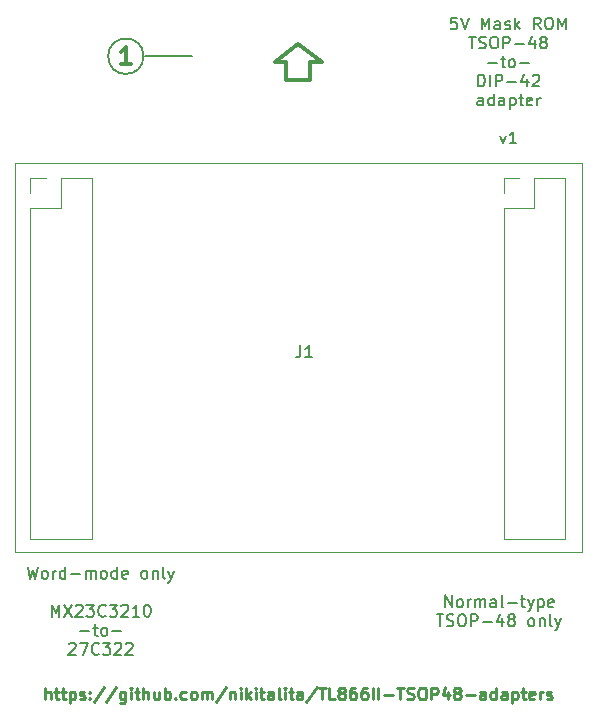
<source format=gbr>
%TF.GenerationSoftware,KiCad,Pcbnew,(6.0.1)*%
%TF.CreationDate,2022-04-03T17:56:57-07:00*%
%TF.ProjectId,MaskRom-TSOP48-to-DIP42-adapter,4d61736b-526f-46d2-9d54-534f5034382d,rev?*%
%TF.SameCoordinates,Original*%
%TF.FileFunction,Legend,Top*%
%TF.FilePolarity,Positive*%
%FSLAX46Y46*%
G04 Gerber Fmt 4.6, Leading zero omitted, Abs format (unit mm)*
G04 Created by KiCad (PCBNEW (6.0.1)) date 2022-04-03 17:56:57*
%MOMM*%
%LPD*%
G01*
G04 APERTURE LIST*
%ADD10C,0.250000*%
%ADD11C,0.150000*%
%ADD12C,0.300000*%
%ADD13C,0.100000*%
%ADD14C,0.350000*%
%ADD15C,0.120000*%
G04 APERTURE END LIST*
D10*
X123085238Y-109912380D02*
X123085238Y-108912380D01*
X123513809Y-109912380D02*
X123513809Y-109388571D01*
X123466190Y-109293333D01*
X123370952Y-109245714D01*
X123228095Y-109245714D01*
X123132857Y-109293333D01*
X123085238Y-109340952D01*
X123847142Y-109245714D02*
X124228095Y-109245714D01*
X123990000Y-108912380D02*
X123990000Y-109769523D01*
X124037619Y-109864761D01*
X124132857Y-109912380D01*
X124228095Y-109912380D01*
X124418571Y-109245714D02*
X124799523Y-109245714D01*
X124561428Y-108912380D02*
X124561428Y-109769523D01*
X124609047Y-109864761D01*
X124704285Y-109912380D01*
X124799523Y-109912380D01*
X125132857Y-109245714D02*
X125132857Y-110245714D01*
X125132857Y-109293333D02*
X125228095Y-109245714D01*
X125418571Y-109245714D01*
X125513809Y-109293333D01*
X125561428Y-109340952D01*
X125609047Y-109436190D01*
X125609047Y-109721904D01*
X125561428Y-109817142D01*
X125513809Y-109864761D01*
X125418571Y-109912380D01*
X125228095Y-109912380D01*
X125132857Y-109864761D01*
X125990000Y-109864761D02*
X126085238Y-109912380D01*
X126275714Y-109912380D01*
X126370952Y-109864761D01*
X126418571Y-109769523D01*
X126418571Y-109721904D01*
X126370952Y-109626666D01*
X126275714Y-109579047D01*
X126132857Y-109579047D01*
X126037619Y-109531428D01*
X125990000Y-109436190D01*
X125990000Y-109388571D01*
X126037619Y-109293333D01*
X126132857Y-109245714D01*
X126275714Y-109245714D01*
X126370952Y-109293333D01*
X126847142Y-109817142D02*
X126894761Y-109864761D01*
X126847142Y-109912380D01*
X126799523Y-109864761D01*
X126847142Y-109817142D01*
X126847142Y-109912380D01*
X126847142Y-109293333D02*
X126894761Y-109340952D01*
X126847142Y-109388571D01*
X126799523Y-109340952D01*
X126847142Y-109293333D01*
X126847142Y-109388571D01*
X128037619Y-108864761D02*
X127180476Y-110150476D01*
X129085238Y-108864761D02*
X128228095Y-110150476D01*
X129847142Y-109245714D02*
X129847142Y-110055238D01*
X129799523Y-110150476D01*
X129751904Y-110198095D01*
X129656666Y-110245714D01*
X129513809Y-110245714D01*
X129418571Y-110198095D01*
X129847142Y-109864761D02*
X129751904Y-109912380D01*
X129561428Y-109912380D01*
X129466190Y-109864761D01*
X129418571Y-109817142D01*
X129370952Y-109721904D01*
X129370952Y-109436190D01*
X129418571Y-109340952D01*
X129466190Y-109293333D01*
X129561428Y-109245714D01*
X129751904Y-109245714D01*
X129847142Y-109293333D01*
X130323333Y-109912380D02*
X130323333Y-109245714D01*
X130323333Y-108912380D02*
X130275714Y-108960000D01*
X130323333Y-109007619D01*
X130370952Y-108960000D01*
X130323333Y-108912380D01*
X130323333Y-109007619D01*
X130656666Y-109245714D02*
X131037619Y-109245714D01*
X130799523Y-108912380D02*
X130799523Y-109769523D01*
X130847142Y-109864761D01*
X130942380Y-109912380D01*
X131037619Y-109912380D01*
X131370952Y-109912380D02*
X131370952Y-108912380D01*
X131799523Y-109912380D02*
X131799523Y-109388571D01*
X131751904Y-109293333D01*
X131656666Y-109245714D01*
X131513809Y-109245714D01*
X131418571Y-109293333D01*
X131370952Y-109340952D01*
X132704285Y-109245714D02*
X132704285Y-109912380D01*
X132275714Y-109245714D02*
X132275714Y-109769523D01*
X132323333Y-109864761D01*
X132418571Y-109912380D01*
X132561428Y-109912380D01*
X132656666Y-109864761D01*
X132704285Y-109817142D01*
X133180476Y-109912380D02*
X133180476Y-108912380D01*
X133180476Y-109293333D02*
X133275714Y-109245714D01*
X133466190Y-109245714D01*
X133561428Y-109293333D01*
X133609047Y-109340952D01*
X133656666Y-109436190D01*
X133656666Y-109721904D01*
X133609047Y-109817142D01*
X133561428Y-109864761D01*
X133466190Y-109912380D01*
X133275714Y-109912380D01*
X133180476Y-109864761D01*
X134085238Y-109817142D02*
X134132857Y-109864761D01*
X134085238Y-109912380D01*
X134037619Y-109864761D01*
X134085238Y-109817142D01*
X134085238Y-109912380D01*
X134990000Y-109864761D02*
X134894761Y-109912380D01*
X134704285Y-109912380D01*
X134609047Y-109864761D01*
X134561428Y-109817142D01*
X134513809Y-109721904D01*
X134513809Y-109436190D01*
X134561428Y-109340952D01*
X134609047Y-109293333D01*
X134704285Y-109245714D01*
X134894761Y-109245714D01*
X134990000Y-109293333D01*
X135561428Y-109912380D02*
X135466190Y-109864761D01*
X135418571Y-109817142D01*
X135370952Y-109721904D01*
X135370952Y-109436190D01*
X135418571Y-109340952D01*
X135466190Y-109293333D01*
X135561428Y-109245714D01*
X135704285Y-109245714D01*
X135799523Y-109293333D01*
X135847142Y-109340952D01*
X135894761Y-109436190D01*
X135894761Y-109721904D01*
X135847142Y-109817142D01*
X135799523Y-109864761D01*
X135704285Y-109912380D01*
X135561428Y-109912380D01*
X136323333Y-109912380D02*
X136323333Y-109245714D01*
X136323333Y-109340952D02*
X136370952Y-109293333D01*
X136466190Y-109245714D01*
X136609047Y-109245714D01*
X136704285Y-109293333D01*
X136751904Y-109388571D01*
X136751904Y-109912380D01*
X136751904Y-109388571D02*
X136799523Y-109293333D01*
X136894761Y-109245714D01*
X137037619Y-109245714D01*
X137132857Y-109293333D01*
X137180476Y-109388571D01*
X137180476Y-109912380D01*
X138370952Y-108864761D02*
X137513809Y-110150476D01*
X138704285Y-109245714D02*
X138704285Y-109912380D01*
X138704285Y-109340952D02*
X138751904Y-109293333D01*
X138847142Y-109245714D01*
X138990000Y-109245714D01*
X139085238Y-109293333D01*
X139132857Y-109388571D01*
X139132857Y-109912380D01*
X139609047Y-109912380D02*
X139609047Y-109245714D01*
X139609047Y-108912380D02*
X139561428Y-108960000D01*
X139609047Y-109007619D01*
X139656666Y-108960000D01*
X139609047Y-108912380D01*
X139609047Y-109007619D01*
X140085238Y-109912380D02*
X140085238Y-108912380D01*
X140180476Y-109531428D02*
X140466190Y-109912380D01*
X140466190Y-109245714D02*
X140085238Y-109626666D01*
X140894761Y-109912380D02*
X140894761Y-109245714D01*
X140894761Y-108912380D02*
X140847142Y-108960000D01*
X140894761Y-109007619D01*
X140942380Y-108960000D01*
X140894761Y-108912380D01*
X140894761Y-109007619D01*
X141228095Y-109245714D02*
X141609047Y-109245714D01*
X141370952Y-108912380D02*
X141370952Y-109769523D01*
X141418571Y-109864761D01*
X141513809Y-109912380D01*
X141609047Y-109912380D01*
X142370952Y-109912380D02*
X142370952Y-109388571D01*
X142323333Y-109293333D01*
X142228095Y-109245714D01*
X142037619Y-109245714D01*
X141942380Y-109293333D01*
X142370952Y-109864761D02*
X142275714Y-109912380D01*
X142037619Y-109912380D01*
X141942380Y-109864761D01*
X141894761Y-109769523D01*
X141894761Y-109674285D01*
X141942380Y-109579047D01*
X142037619Y-109531428D01*
X142275714Y-109531428D01*
X142370952Y-109483809D01*
X142990000Y-109912380D02*
X142894761Y-109864761D01*
X142847142Y-109769523D01*
X142847142Y-108912380D01*
X143370952Y-109912380D02*
X143370952Y-109245714D01*
X143370952Y-108912380D02*
X143323333Y-108960000D01*
X143370952Y-109007619D01*
X143418571Y-108960000D01*
X143370952Y-108912380D01*
X143370952Y-109007619D01*
X143704285Y-109245714D02*
X144085238Y-109245714D01*
X143847142Y-108912380D02*
X143847142Y-109769523D01*
X143894761Y-109864761D01*
X143990000Y-109912380D01*
X144085238Y-109912380D01*
X144847142Y-109912380D02*
X144847142Y-109388571D01*
X144799523Y-109293333D01*
X144704285Y-109245714D01*
X144513809Y-109245714D01*
X144418571Y-109293333D01*
X144847142Y-109864761D02*
X144751904Y-109912380D01*
X144513809Y-109912380D01*
X144418571Y-109864761D01*
X144370952Y-109769523D01*
X144370952Y-109674285D01*
X144418571Y-109579047D01*
X144513809Y-109531428D01*
X144751904Y-109531428D01*
X144847142Y-109483809D01*
X146037619Y-108864761D02*
X145180476Y-110150476D01*
X146228095Y-108912380D02*
X146799523Y-108912380D01*
X146513809Y-109912380D02*
X146513809Y-108912380D01*
X147609047Y-109912380D02*
X147132857Y-109912380D01*
X147132857Y-108912380D01*
X148085238Y-109340952D02*
X147990000Y-109293333D01*
X147942380Y-109245714D01*
X147894761Y-109150476D01*
X147894761Y-109102857D01*
X147942380Y-109007619D01*
X147990000Y-108960000D01*
X148085238Y-108912380D01*
X148275714Y-108912380D01*
X148370952Y-108960000D01*
X148418571Y-109007619D01*
X148466190Y-109102857D01*
X148466190Y-109150476D01*
X148418571Y-109245714D01*
X148370952Y-109293333D01*
X148275714Y-109340952D01*
X148085238Y-109340952D01*
X147990000Y-109388571D01*
X147942380Y-109436190D01*
X147894761Y-109531428D01*
X147894761Y-109721904D01*
X147942380Y-109817142D01*
X147990000Y-109864761D01*
X148085238Y-109912380D01*
X148275714Y-109912380D01*
X148370952Y-109864761D01*
X148418571Y-109817142D01*
X148466190Y-109721904D01*
X148466190Y-109531428D01*
X148418571Y-109436190D01*
X148370952Y-109388571D01*
X148275714Y-109340952D01*
X149323333Y-108912380D02*
X149132857Y-108912380D01*
X149037619Y-108960000D01*
X148990000Y-109007619D01*
X148894761Y-109150476D01*
X148847142Y-109340952D01*
X148847142Y-109721904D01*
X148894761Y-109817142D01*
X148942380Y-109864761D01*
X149037619Y-109912380D01*
X149228095Y-109912380D01*
X149323333Y-109864761D01*
X149370952Y-109817142D01*
X149418571Y-109721904D01*
X149418571Y-109483809D01*
X149370952Y-109388571D01*
X149323333Y-109340952D01*
X149228095Y-109293333D01*
X149037619Y-109293333D01*
X148942380Y-109340952D01*
X148894761Y-109388571D01*
X148847142Y-109483809D01*
X150275714Y-108912380D02*
X150085238Y-108912380D01*
X149990000Y-108960000D01*
X149942380Y-109007619D01*
X149847142Y-109150476D01*
X149799523Y-109340952D01*
X149799523Y-109721904D01*
X149847142Y-109817142D01*
X149894761Y-109864761D01*
X149990000Y-109912380D01*
X150180476Y-109912380D01*
X150275714Y-109864761D01*
X150323333Y-109817142D01*
X150370952Y-109721904D01*
X150370952Y-109483809D01*
X150323333Y-109388571D01*
X150275714Y-109340952D01*
X150180476Y-109293333D01*
X149990000Y-109293333D01*
X149894761Y-109340952D01*
X149847142Y-109388571D01*
X149799523Y-109483809D01*
X150799523Y-109912380D02*
X150799523Y-108912380D01*
X151275714Y-109912380D02*
X151275714Y-108912380D01*
X151751904Y-109531428D02*
X152513809Y-109531428D01*
X152847142Y-108912380D02*
X153418571Y-108912380D01*
X153132857Y-109912380D02*
X153132857Y-108912380D01*
X153704285Y-109864761D02*
X153847142Y-109912380D01*
X154085238Y-109912380D01*
X154180476Y-109864761D01*
X154228095Y-109817142D01*
X154275714Y-109721904D01*
X154275714Y-109626666D01*
X154228095Y-109531428D01*
X154180476Y-109483809D01*
X154085238Y-109436190D01*
X153894761Y-109388571D01*
X153799523Y-109340952D01*
X153751904Y-109293333D01*
X153704285Y-109198095D01*
X153704285Y-109102857D01*
X153751904Y-109007619D01*
X153799523Y-108960000D01*
X153894761Y-108912380D01*
X154132857Y-108912380D01*
X154275714Y-108960000D01*
X154894761Y-108912380D02*
X155085238Y-108912380D01*
X155180476Y-108960000D01*
X155275714Y-109055238D01*
X155323333Y-109245714D01*
X155323333Y-109579047D01*
X155275714Y-109769523D01*
X155180476Y-109864761D01*
X155085238Y-109912380D01*
X154894761Y-109912380D01*
X154799523Y-109864761D01*
X154704285Y-109769523D01*
X154656666Y-109579047D01*
X154656666Y-109245714D01*
X154704285Y-109055238D01*
X154799523Y-108960000D01*
X154894761Y-108912380D01*
X155751904Y-109912380D02*
X155751904Y-108912380D01*
X156132857Y-108912380D01*
X156228095Y-108960000D01*
X156275714Y-109007619D01*
X156323333Y-109102857D01*
X156323333Y-109245714D01*
X156275714Y-109340952D01*
X156228095Y-109388571D01*
X156132857Y-109436190D01*
X155751904Y-109436190D01*
X157180476Y-109245714D02*
X157180476Y-109912380D01*
X156942380Y-108864761D02*
X156704285Y-109579047D01*
X157323333Y-109579047D01*
X157847142Y-109340952D02*
X157751904Y-109293333D01*
X157704285Y-109245714D01*
X157656666Y-109150476D01*
X157656666Y-109102857D01*
X157704285Y-109007619D01*
X157751904Y-108960000D01*
X157847142Y-108912380D01*
X158037619Y-108912380D01*
X158132857Y-108960000D01*
X158180476Y-109007619D01*
X158228095Y-109102857D01*
X158228095Y-109150476D01*
X158180476Y-109245714D01*
X158132857Y-109293333D01*
X158037619Y-109340952D01*
X157847142Y-109340952D01*
X157751904Y-109388571D01*
X157704285Y-109436190D01*
X157656666Y-109531428D01*
X157656666Y-109721904D01*
X157704285Y-109817142D01*
X157751904Y-109864761D01*
X157847142Y-109912380D01*
X158037619Y-109912380D01*
X158132857Y-109864761D01*
X158180476Y-109817142D01*
X158228095Y-109721904D01*
X158228095Y-109531428D01*
X158180476Y-109436190D01*
X158132857Y-109388571D01*
X158037619Y-109340952D01*
X158656666Y-109531428D02*
X159418571Y-109531428D01*
X160323333Y-109912380D02*
X160323333Y-109388571D01*
X160275714Y-109293333D01*
X160180476Y-109245714D01*
X159990000Y-109245714D01*
X159894761Y-109293333D01*
X160323333Y-109864761D02*
X160228095Y-109912380D01*
X159990000Y-109912380D01*
X159894761Y-109864761D01*
X159847142Y-109769523D01*
X159847142Y-109674285D01*
X159894761Y-109579047D01*
X159990000Y-109531428D01*
X160228095Y-109531428D01*
X160323333Y-109483809D01*
X161228095Y-109912380D02*
X161228095Y-108912380D01*
X161228095Y-109864761D02*
X161132857Y-109912380D01*
X160942380Y-109912380D01*
X160847142Y-109864761D01*
X160799523Y-109817142D01*
X160751904Y-109721904D01*
X160751904Y-109436190D01*
X160799523Y-109340952D01*
X160847142Y-109293333D01*
X160942380Y-109245714D01*
X161132857Y-109245714D01*
X161228095Y-109293333D01*
X162132857Y-109912380D02*
X162132857Y-109388571D01*
X162085238Y-109293333D01*
X161990000Y-109245714D01*
X161799523Y-109245714D01*
X161704285Y-109293333D01*
X162132857Y-109864761D02*
X162037619Y-109912380D01*
X161799523Y-109912380D01*
X161704285Y-109864761D01*
X161656666Y-109769523D01*
X161656666Y-109674285D01*
X161704285Y-109579047D01*
X161799523Y-109531428D01*
X162037619Y-109531428D01*
X162132857Y-109483809D01*
X162609047Y-109245714D02*
X162609047Y-110245714D01*
X162609047Y-109293333D02*
X162704285Y-109245714D01*
X162894761Y-109245714D01*
X162990000Y-109293333D01*
X163037619Y-109340952D01*
X163085238Y-109436190D01*
X163085238Y-109721904D01*
X163037619Y-109817142D01*
X162990000Y-109864761D01*
X162894761Y-109912380D01*
X162704285Y-109912380D01*
X162609047Y-109864761D01*
X163370952Y-109245714D02*
X163751904Y-109245714D01*
X163513809Y-108912380D02*
X163513809Y-109769523D01*
X163561428Y-109864761D01*
X163656666Y-109912380D01*
X163751904Y-109912380D01*
X164466190Y-109864761D02*
X164370952Y-109912380D01*
X164180476Y-109912380D01*
X164085238Y-109864761D01*
X164037619Y-109769523D01*
X164037619Y-109388571D01*
X164085238Y-109293333D01*
X164180476Y-109245714D01*
X164370952Y-109245714D01*
X164466190Y-109293333D01*
X164513809Y-109388571D01*
X164513809Y-109483809D01*
X164037619Y-109579047D01*
X164942380Y-109912380D02*
X164942380Y-109245714D01*
X164942380Y-109436190D02*
X164990000Y-109340952D01*
X165037619Y-109293333D01*
X165132857Y-109245714D01*
X165228095Y-109245714D01*
X165513809Y-109864761D02*
X165609047Y-109912380D01*
X165799523Y-109912380D01*
X165894761Y-109864761D01*
X165942380Y-109769523D01*
X165942380Y-109721904D01*
X165894761Y-109626666D01*
X165799523Y-109579047D01*
X165656666Y-109579047D01*
X165561428Y-109531428D01*
X165513809Y-109436190D01*
X165513809Y-109388571D01*
X165561428Y-109293333D01*
X165656666Y-109245714D01*
X165799523Y-109245714D01*
X165894761Y-109293333D01*
D11*
X131390000Y-55460000D02*
G75*
G03*
X131390000Y-55460000I-1500000J0D01*
G01*
D12*
X146490000Y-55960000D02*
X145490000Y-55960000D01*
X145490000Y-55960000D02*
X145490000Y-57460000D01*
X145490000Y-57460000D02*
X143490000Y-57460000D01*
X143490000Y-57460000D02*
X143490000Y-55960000D01*
X143490000Y-55960000D02*
X142490000Y-55960000D01*
X142490000Y-55960000D02*
X144490000Y-54460000D01*
X144490000Y-54460000D02*
X146490000Y-55960000D01*
D13*
X120490000Y-64460000D02*
X168490000Y-64460000D01*
X168490000Y-64460000D02*
X168490000Y-97460000D01*
X168490000Y-97460000D02*
X120490000Y-97460000D01*
X120490000Y-97460000D02*
X120490000Y-64460000D01*
D11*
X135490000Y-55460000D02*
X131490000Y-55460000D01*
D14*
X130318571Y-56138571D02*
X129461428Y-56138571D01*
X129890000Y-56138571D02*
X129890000Y-54638571D01*
X129747142Y-54852857D01*
X129604285Y-54995714D01*
X129461428Y-55067142D01*
D11*
X156894761Y-102107380D02*
X156894761Y-101107380D01*
X157466190Y-102107380D01*
X157466190Y-101107380D01*
X158085238Y-102107380D02*
X157990000Y-102059761D01*
X157942380Y-102012142D01*
X157894761Y-101916904D01*
X157894761Y-101631190D01*
X157942380Y-101535952D01*
X157990000Y-101488333D01*
X158085238Y-101440714D01*
X158228095Y-101440714D01*
X158323333Y-101488333D01*
X158370952Y-101535952D01*
X158418571Y-101631190D01*
X158418571Y-101916904D01*
X158370952Y-102012142D01*
X158323333Y-102059761D01*
X158228095Y-102107380D01*
X158085238Y-102107380D01*
X158847142Y-102107380D02*
X158847142Y-101440714D01*
X158847142Y-101631190D02*
X158894761Y-101535952D01*
X158942380Y-101488333D01*
X159037619Y-101440714D01*
X159132857Y-101440714D01*
X159466190Y-102107380D02*
X159466190Y-101440714D01*
X159466190Y-101535952D02*
X159513809Y-101488333D01*
X159609047Y-101440714D01*
X159751904Y-101440714D01*
X159847142Y-101488333D01*
X159894761Y-101583571D01*
X159894761Y-102107380D01*
X159894761Y-101583571D02*
X159942380Y-101488333D01*
X160037619Y-101440714D01*
X160180476Y-101440714D01*
X160275714Y-101488333D01*
X160323333Y-101583571D01*
X160323333Y-102107380D01*
X161228095Y-102107380D02*
X161228095Y-101583571D01*
X161180476Y-101488333D01*
X161085238Y-101440714D01*
X160894761Y-101440714D01*
X160799523Y-101488333D01*
X161228095Y-102059761D02*
X161132857Y-102107380D01*
X160894761Y-102107380D01*
X160799523Y-102059761D01*
X160751904Y-101964523D01*
X160751904Y-101869285D01*
X160799523Y-101774047D01*
X160894761Y-101726428D01*
X161132857Y-101726428D01*
X161228095Y-101678809D01*
X161847142Y-102107380D02*
X161751904Y-102059761D01*
X161704285Y-101964523D01*
X161704285Y-101107380D01*
X162228095Y-101726428D02*
X162990000Y-101726428D01*
X163323333Y-101440714D02*
X163704285Y-101440714D01*
X163466190Y-101107380D02*
X163466190Y-101964523D01*
X163513809Y-102059761D01*
X163609047Y-102107380D01*
X163704285Y-102107380D01*
X163942380Y-101440714D02*
X164180476Y-102107380D01*
X164418571Y-101440714D02*
X164180476Y-102107380D01*
X164085238Y-102345476D01*
X164037619Y-102393095D01*
X163942380Y-102440714D01*
X164799523Y-101440714D02*
X164799523Y-102440714D01*
X164799523Y-101488333D02*
X164894761Y-101440714D01*
X165085238Y-101440714D01*
X165180476Y-101488333D01*
X165228095Y-101535952D01*
X165275714Y-101631190D01*
X165275714Y-101916904D01*
X165228095Y-102012142D01*
X165180476Y-102059761D01*
X165085238Y-102107380D01*
X164894761Y-102107380D01*
X164799523Y-102059761D01*
X166085238Y-102059761D02*
X165990000Y-102107380D01*
X165799523Y-102107380D01*
X165704285Y-102059761D01*
X165656666Y-101964523D01*
X165656666Y-101583571D01*
X165704285Y-101488333D01*
X165799523Y-101440714D01*
X165990000Y-101440714D01*
X166085238Y-101488333D01*
X166132857Y-101583571D01*
X166132857Y-101678809D01*
X165656666Y-101774047D01*
X156204285Y-102717380D02*
X156775714Y-102717380D01*
X156490000Y-103717380D02*
X156490000Y-102717380D01*
X157061428Y-103669761D02*
X157204285Y-103717380D01*
X157442380Y-103717380D01*
X157537619Y-103669761D01*
X157585238Y-103622142D01*
X157632857Y-103526904D01*
X157632857Y-103431666D01*
X157585238Y-103336428D01*
X157537619Y-103288809D01*
X157442380Y-103241190D01*
X157251904Y-103193571D01*
X157156666Y-103145952D01*
X157109047Y-103098333D01*
X157061428Y-103003095D01*
X157061428Y-102907857D01*
X157109047Y-102812619D01*
X157156666Y-102765000D01*
X157251904Y-102717380D01*
X157490000Y-102717380D01*
X157632857Y-102765000D01*
X158251904Y-102717380D02*
X158442380Y-102717380D01*
X158537619Y-102765000D01*
X158632857Y-102860238D01*
X158680476Y-103050714D01*
X158680476Y-103384047D01*
X158632857Y-103574523D01*
X158537619Y-103669761D01*
X158442380Y-103717380D01*
X158251904Y-103717380D01*
X158156666Y-103669761D01*
X158061428Y-103574523D01*
X158013809Y-103384047D01*
X158013809Y-103050714D01*
X158061428Y-102860238D01*
X158156666Y-102765000D01*
X158251904Y-102717380D01*
X159109047Y-103717380D02*
X159109047Y-102717380D01*
X159490000Y-102717380D01*
X159585238Y-102765000D01*
X159632857Y-102812619D01*
X159680476Y-102907857D01*
X159680476Y-103050714D01*
X159632857Y-103145952D01*
X159585238Y-103193571D01*
X159490000Y-103241190D01*
X159109047Y-103241190D01*
X160109047Y-103336428D02*
X160870952Y-103336428D01*
X161775714Y-103050714D02*
X161775714Y-103717380D01*
X161537619Y-102669761D02*
X161299523Y-103384047D01*
X161918571Y-103384047D01*
X162442380Y-103145952D02*
X162347142Y-103098333D01*
X162299523Y-103050714D01*
X162251904Y-102955476D01*
X162251904Y-102907857D01*
X162299523Y-102812619D01*
X162347142Y-102765000D01*
X162442380Y-102717380D01*
X162632857Y-102717380D01*
X162728095Y-102765000D01*
X162775714Y-102812619D01*
X162823333Y-102907857D01*
X162823333Y-102955476D01*
X162775714Y-103050714D01*
X162728095Y-103098333D01*
X162632857Y-103145952D01*
X162442380Y-103145952D01*
X162347142Y-103193571D01*
X162299523Y-103241190D01*
X162251904Y-103336428D01*
X162251904Y-103526904D01*
X162299523Y-103622142D01*
X162347142Y-103669761D01*
X162442380Y-103717380D01*
X162632857Y-103717380D01*
X162728095Y-103669761D01*
X162775714Y-103622142D01*
X162823333Y-103526904D01*
X162823333Y-103336428D01*
X162775714Y-103241190D01*
X162728095Y-103193571D01*
X162632857Y-103145952D01*
X164156666Y-103717380D02*
X164061428Y-103669761D01*
X164013809Y-103622142D01*
X163966190Y-103526904D01*
X163966190Y-103241190D01*
X164013809Y-103145952D01*
X164061428Y-103098333D01*
X164156666Y-103050714D01*
X164299523Y-103050714D01*
X164394761Y-103098333D01*
X164442380Y-103145952D01*
X164490000Y-103241190D01*
X164490000Y-103526904D01*
X164442380Y-103622142D01*
X164394761Y-103669761D01*
X164299523Y-103717380D01*
X164156666Y-103717380D01*
X164918571Y-103050714D02*
X164918571Y-103717380D01*
X164918571Y-103145952D02*
X164966190Y-103098333D01*
X165061428Y-103050714D01*
X165204285Y-103050714D01*
X165299523Y-103098333D01*
X165347142Y-103193571D01*
X165347142Y-103717380D01*
X165966190Y-103717380D02*
X165870952Y-103669761D01*
X165823333Y-103574523D01*
X165823333Y-102717380D01*
X166251904Y-103050714D02*
X166490000Y-103717380D01*
X166728095Y-103050714D02*
X166490000Y-103717380D01*
X166394761Y-103955476D01*
X166347142Y-104003095D01*
X166251904Y-104050714D01*
X121579523Y-98692380D02*
X121817619Y-99692380D01*
X122008095Y-98978095D01*
X122198571Y-99692380D01*
X122436666Y-98692380D01*
X122960476Y-99692380D02*
X122865238Y-99644761D01*
X122817619Y-99597142D01*
X122770000Y-99501904D01*
X122770000Y-99216190D01*
X122817619Y-99120952D01*
X122865238Y-99073333D01*
X122960476Y-99025714D01*
X123103333Y-99025714D01*
X123198571Y-99073333D01*
X123246190Y-99120952D01*
X123293809Y-99216190D01*
X123293809Y-99501904D01*
X123246190Y-99597142D01*
X123198571Y-99644761D01*
X123103333Y-99692380D01*
X122960476Y-99692380D01*
X123722380Y-99692380D02*
X123722380Y-99025714D01*
X123722380Y-99216190D02*
X123770000Y-99120952D01*
X123817619Y-99073333D01*
X123912857Y-99025714D01*
X124008095Y-99025714D01*
X124770000Y-99692380D02*
X124770000Y-98692380D01*
X124770000Y-99644761D02*
X124674761Y-99692380D01*
X124484285Y-99692380D01*
X124389047Y-99644761D01*
X124341428Y-99597142D01*
X124293809Y-99501904D01*
X124293809Y-99216190D01*
X124341428Y-99120952D01*
X124389047Y-99073333D01*
X124484285Y-99025714D01*
X124674761Y-99025714D01*
X124770000Y-99073333D01*
X125246190Y-99311428D02*
X126008095Y-99311428D01*
X126484285Y-99692380D02*
X126484285Y-99025714D01*
X126484285Y-99120952D02*
X126531904Y-99073333D01*
X126627142Y-99025714D01*
X126770000Y-99025714D01*
X126865238Y-99073333D01*
X126912857Y-99168571D01*
X126912857Y-99692380D01*
X126912857Y-99168571D02*
X126960476Y-99073333D01*
X127055714Y-99025714D01*
X127198571Y-99025714D01*
X127293809Y-99073333D01*
X127341428Y-99168571D01*
X127341428Y-99692380D01*
X127960476Y-99692380D02*
X127865238Y-99644761D01*
X127817619Y-99597142D01*
X127770000Y-99501904D01*
X127770000Y-99216190D01*
X127817619Y-99120952D01*
X127865238Y-99073333D01*
X127960476Y-99025714D01*
X128103333Y-99025714D01*
X128198571Y-99073333D01*
X128246190Y-99120952D01*
X128293809Y-99216190D01*
X128293809Y-99501904D01*
X128246190Y-99597142D01*
X128198571Y-99644761D01*
X128103333Y-99692380D01*
X127960476Y-99692380D01*
X129150952Y-99692380D02*
X129150952Y-98692380D01*
X129150952Y-99644761D02*
X129055714Y-99692380D01*
X128865238Y-99692380D01*
X128770000Y-99644761D01*
X128722380Y-99597142D01*
X128674761Y-99501904D01*
X128674761Y-99216190D01*
X128722380Y-99120952D01*
X128770000Y-99073333D01*
X128865238Y-99025714D01*
X129055714Y-99025714D01*
X129150952Y-99073333D01*
X130008095Y-99644761D02*
X129912857Y-99692380D01*
X129722380Y-99692380D01*
X129627142Y-99644761D01*
X129579523Y-99549523D01*
X129579523Y-99168571D01*
X129627142Y-99073333D01*
X129722380Y-99025714D01*
X129912857Y-99025714D01*
X130008095Y-99073333D01*
X130055714Y-99168571D01*
X130055714Y-99263809D01*
X129579523Y-99359047D01*
X131389047Y-99692380D02*
X131293809Y-99644761D01*
X131246190Y-99597142D01*
X131198571Y-99501904D01*
X131198571Y-99216190D01*
X131246190Y-99120952D01*
X131293809Y-99073333D01*
X131389047Y-99025714D01*
X131531904Y-99025714D01*
X131627142Y-99073333D01*
X131674761Y-99120952D01*
X131722380Y-99216190D01*
X131722380Y-99501904D01*
X131674761Y-99597142D01*
X131627142Y-99644761D01*
X131531904Y-99692380D01*
X131389047Y-99692380D01*
X132150952Y-99025714D02*
X132150952Y-99692380D01*
X132150952Y-99120952D02*
X132198571Y-99073333D01*
X132293809Y-99025714D01*
X132436666Y-99025714D01*
X132531904Y-99073333D01*
X132579523Y-99168571D01*
X132579523Y-99692380D01*
X133198571Y-99692380D02*
X133103333Y-99644761D01*
X133055714Y-99549523D01*
X133055714Y-98692380D01*
X133484285Y-99025714D02*
X133722380Y-99692380D01*
X133960476Y-99025714D02*
X133722380Y-99692380D01*
X133627142Y-99930476D01*
X133579523Y-99978095D01*
X133484285Y-100025714D01*
X123603333Y-102912380D02*
X123603333Y-101912380D01*
X123936666Y-102626666D01*
X124270000Y-101912380D01*
X124270000Y-102912380D01*
X124650952Y-101912380D02*
X125317619Y-102912380D01*
X125317619Y-101912380D02*
X124650952Y-102912380D01*
X125650952Y-102007619D02*
X125698571Y-101960000D01*
X125793809Y-101912380D01*
X126031904Y-101912380D01*
X126127142Y-101960000D01*
X126174761Y-102007619D01*
X126222380Y-102102857D01*
X126222380Y-102198095D01*
X126174761Y-102340952D01*
X125603333Y-102912380D01*
X126222380Y-102912380D01*
X126555714Y-101912380D02*
X127174761Y-101912380D01*
X126841428Y-102293333D01*
X126984285Y-102293333D01*
X127079523Y-102340952D01*
X127127142Y-102388571D01*
X127174761Y-102483809D01*
X127174761Y-102721904D01*
X127127142Y-102817142D01*
X127079523Y-102864761D01*
X126984285Y-102912380D01*
X126698571Y-102912380D01*
X126603333Y-102864761D01*
X126555714Y-102817142D01*
X128174761Y-102817142D02*
X128127142Y-102864761D01*
X127984285Y-102912380D01*
X127889047Y-102912380D01*
X127746190Y-102864761D01*
X127650952Y-102769523D01*
X127603333Y-102674285D01*
X127555714Y-102483809D01*
X127555714Y-102340952D01*
X127603333Y-102150476D01*
X127650952Y-102055238D01*
X127746190Y-101960000D01*
X127889047Y-101912380D01*
X127984285Y-101912380D01*
X128127142Y-101960000D01*
X128174761Y-102007619D01*
X128508095Y-101912380D02*
X129127142Y-101912380D01*
X128793809Y-102293333D01*
X128936666Y-102293333D01*
X129031904Y-102340952D01*
X129079523Y-102388571D01*
X129127142Y-102483809D01*
X129127142Y-102721904D01*
X129079523Y-102817142D01*
X129031904Y-102864761D01*
X128936666Y-102912380D01*
X128650952Y-102912380D01*
X128555714Y-102864761D01*
X128508095Y-102817142D01*
X129508095Y-102007619D02*
X129555714Y-101960000D01*
X129650952Y-101912380D01*
X129889047Y-101912380D01*
X129984285Y-101960000D01*
X130031904Y-102007619D01*
X130079523Y-102102857D01*
X130079523Y-102198095D01*
X130031904Y-102340952D01*
X129460476Y-102912380D01*
X130079523Y-102912380D01*
X131031904Y-102912380D02*
X130460476Y-102912380D01*
X130746190Y-102912380D02*
X130746190Y-101912380D01*
X130650952Y-102055238D01*
X130555714Y-102150476D01*
X130460476Y-102198095D01*
X131650952Y-101912380D02*
X131746190Y-101912380D01*
X131841428Y-101960000D01*
X131889047Y-102007619D01*
X131936666Y-102102857D01*
X131984285Y-102293333D01*
X131984285Y-102531428D01*
X131936666Y-102721904D01*
X131889047Y-102817142D01*
X131841428Y-102864761D01*
X131746190Y-102912380D01*
X131650952Y-102912380D01*
X131555714Y-102864761D01*
X131508095Y-102817142D01*
X131460476Y-102721904D01*
X131412857Y-102531428D01*
X131412857Y-102293333D01*
X131460476Y-102102857D01*
X131508095Y-102007619D01*
X131555714Y-101960000D01*
X131650952Y-101912380D01*
X126031904Y-104141428D02*
X126793809Y-104141428D01*
X127127142Y-103855714D02*
X127508095Y-103855714D01*
X127270000Y-103522380D02*
X127270000Y-104379523D01*
X127317619Y-104474761D01*
X127412857Y-104522380D01*
X127508095Y-104522380D01*
X127984285Y-104522380D02*
X127889047Y-104474761D01*
X127841428Y-104427142D01*
X127793809Y-104331904D01*
X127793809Y-104046190D01*
X127841428Y-103950952D01*
X127889047Y-103903333D01*
X127984285Y-103855714D01*
X128127142Y-103855714D01*
X128222380Y-103903333D01*
X128270000Y-103950952D01*
X128317619Y-104046190D01*
X128317619Y-104331904D01*
X128270000Y-104427142D01*
X128222380Y-104474761D01*
X128127142Y-104522380D01*
X127984285Y-104522380D01*
X128746190Y-104141428D02*
X129508095Y-104141428D01*
X125079523Y-105227619D02*
X125127142Y-105180000D01*
X125222380Y-105132380D01*
X125460476Y-105132380D01*
X125555714Y-105180000D01*
X125603333Y-105227619D01*
X125650952Y-105322857D01*
X125650952Y-105418095D01*
X125603333Y-105560952D01*
X125031904Y-106132380D01*
X125650952Y-106132380D01*
X125984285Y-105132380D02*
X126650952Y-105132380D01*
X126222380Y-106132380D01*
X127603333Y-106037142D02*
X127555714Y-106084761D01*
X127412857Y-106132380D01*
X127317619Y-106132380D01*
X127174761Y-106084761D01*
X127079523Y-105989523D01*
X127031904Y-105894285D01*
X126984285Y-105703809D01*
X126984285Y-105560952D01*
X127031904Y-105370476D01*
X127079523Y-105275238D01*
X127174761Y-105180000D01*
X127317619Y-105132380D01*
X127412857Y-105132380D01*
X127555714Y-105180000D01*
X127603333Y-105227619D01*
X127936666Y-105132380D02*
X128555714Y-105132380D01*
X128222380Y-105513333D01*
X128365238Y-105513333D01*
X128460476Y-105560952D01*
X128508095Y-105608571D01*
X128555714Y-105703809D01*
X128555714Y-105941904D01*
X128508095Y-106037142D01*
X128460476Y-106084761D01*
X128365238Y-106132380D01*
X128079523Y-106132380D01*
X127984285Y-106084761D01*
X127936666Y-106037142D01*
X128936666Y-105227619D02*
X128984285Y-105180000D01*
X129079523Y-105132380D01*
X129317619Y-105132380D01*
X129412857Y-105180000D01*
X129460476Y-105227619D01*
X129508095Y-105322857D01*
X129508095Y-105418095D01*
X129460476Y-105560952D01*
X128889047Y-106132380D01*
X129508095Y-106132380D01*
X129889047Y-105227619D02*
X129936666Y-105180000D01*
X130031904Y-105132380D01*
X130270000Y-105132380D01*
X130365238Y-105180000D01*
X130412857Y-105227619D01*
X130460476Y-105322857D01*
X130460476Y-105418095D01*
X130412857Y-105560952D01*
X129841428Y-106132380D01*
X130460476Y-106132380D01*
X157909047Y-52182380D02*
X157432857Y-52182380D01*
X157385238Y-52658571D01*
X157432857Y-52610952D01*
X157528095Y-52563333D01*
X157766190Y-52563333D01*
X157861428Y-52610952D01*
X157909047Y-52658571D01*
X157956666Y-52753809D01*
X157956666Y-52991904D01*
X157909047Y-53087142D01*
X157861428Y-53134761D01*
X157766190Y-53182380D01*
X157528095Y-53182380D01*
X157432857Y-53134761D01*
X157385238Y-53087142D01*
X158242380Y-52182380D02*
X158575714Y-53182380D01*
X158909047Y-52182380D01*
X160004285Y-53182380D02*
X160004285Y-52182380D01*
X160337619Y-52896666D01*
X160670952Y-52182380D01*
X160670952Y-53182380D01*
X161575714Y-53182380D02*
X161575714Y-52658571D01*
X161528095Y-52563333D01*
X161432857Y-52515714D01*
X161242380Y-52515714D01*
X161147142Y-52563333D01*
X161575714Y-53134761D02*
X161480476Y-53182380D01*
X161242380Y-53182380D01*
X161147142Y-53134761D01*
X161099523Y-53039523D01*
X161099523Y-52944285D01*
X161147142Y-52849047D01*
X161242380Y-52801428D01*
X161480476Y-52801428D01*
X161575714Y-52753809D01*
X162004285Y-53134761D02*
X162099523Y-53182380D01*
X162290000Y-53182380D01*
X162385238Y-53134761D01*
X162432857Y-53039523D01*
X162432857Y-52991904D01*
X162385238Y-52896666D01*
X162290000Y-52849047D01*
X162147142Y-52849047D01*
X162051904Y-52801428D01*
X162004285Y-52706190D01*
X162004285Y-52658571D01*
X162051904Y-52563333D01*
X162147142Y-52515714D01*
X162290000Y-52515714D01*
X162385238Y-52563333D01*
X162861428Y-53182380D02*
X162861428Y-52182380D01*
X162956666Y-52801428D02*
X163242380Y-53182380D01*
X163242380Y-52515714D02*
X162861428Y-52896666D01*
X165004285Y-53182380D02*
X164670952Y-52706190D01*
X164432857Y-53182380D02*
X164432857Y-52182380D01*
X164813809Y-52182380D01*
X164909047Y-52230000D01*
X164956666Y-52277619D01*
X165004285Y-52372857D01*
X165004285Y-52515714D01*
X164956666Y-52610952D01*
X164909047Y-52658571D01*
X164813809Y-52706190D01*
X164432857Y-52706190D01*
X165623333Y-52182380D02*
X165813809Y-52182380D01*
X165909047Y-52230000D01*
X166004285Y-52325238D01*
X166051904Y-52515714D01*
X166051904Y-52849047D01*
X166004285Y-53039523D01*
X165909047Y-53134761D01*
X165813809Y-53182380D01*
X165623333Y-53182380D01*
X165528095Y-53134761D01*
X165432857Y-53039523D01*
X165385238Y-52849047D01*
X165385238Y-52515714D01*
X165432857Y-52325238D01*
X165528095Y-52230000D01*
X165623333Y-52182380D01*
X166480476Y-53182380D02*
X166480476Y-52182380D01*
X166813809Y-52896666D01*
X167147142Y-52182380D01*
X167147142Y-53182380D01*
X158932857Y-53792380D02*
X159504285Y-53792380D01*
X159218571Y-54792380D02*
X159218571Y-53792380D01*
X159790000Y-54744761D02*
X159932857Y-54792380D01*
X160170952Y-54792380D01*
X160266190Y-54744761D01*
X160313809Y-54697142D01*
X160361428Y-54601904D01*
X160361428Y-54506666D01*
X160313809Y-54411428D01*
X160266190Y-54363809D01*
X160170952Y-54316190D01*
X159980476Y-54268571D01*
X159885238Y-54220952D01*
X159837619Y-54173333D01*
X159790000Y-54078095D01*
X159790000Y-53982857D01*
X159837619Y-53887619D01*
X159885238Y-53840000D01*
X159980476Y-53792380D01*
X160218571Y-53792380D01*
X160361428Y-53840000D01*
X160980476Y-53792380D02*
X161170952Y-53792380D01*
X161266190Y-53840000D01*
X161361428Y-53935238D01*
X161409047Y-54125714D01*
X161409047Y-54459047D01*
X161361428Y-54649523D01*
X161266190Y-54744761D01*
X161170952Y-54792380D01*
X160980476Y-54792380D01*
X160885238Y-54744761D01*
X160790000Y-54649523D01*
X160742380Y-54459047D01*
X160742380Y-54125714D01*
X160790000Y-53935238D01*
X160885238Y-53840000D01*
X160980476Y-53792380D01*
X161837619Y-54792380D02*
X161837619Y-53792380D01*
X162218571Y-53792380D01*
X162313809Y-53840000D01*
X162361428Y-53887619D01*
X162409047Y-53982857D01*
X162409047Y-54125714D01*
X162361428Y-54220952D01*
X162313809Y-54268571D01*
X162218571Y-54316190D01*
X161837619Y-54316190D01*
X162837619Y-54411428D02*
X163599523Y-54411428D01*
X164504285Y-54125714D02*
X164504285Y-54792380D01*
X164266190Y-53744761D02*
X164028095Y-54459047D01*
X164647142Y-54459047D01*
X165170952Y-54220952D02*
X165075714Y-54173333D01*
X165028095Y-54125714D01*
X164980476Y-54030476D01*
X164980476Y-53982857D01*
X165028095Y-53887619D01*
X165075714Y-53840000D01*
X165170952Y-53792380D01*
X165361428Y-53792380D01*
X165456666Y-53840000D01*
X165504285Y-53887619D01*
X165551904Y-53982857D01*
X165551904Y-54030476D01*
X165504285Y-54125714D01*
X165456666Y-54173333D01*
X165361428Y-54220952D01*
X165170952Y-54220952D01*
X165075714Y-54268571D01*
X165028095Y-54316190D01*
X164980476Y-54411428D01*
X164980476Y-54601904D01*
X165028095Y-54697142D01*
X165075714Y-54744761D01*
X165170952Y-54792380D01*
X165361428Y-54792380D01*
X165456666Y-54744761D01*
X165504285Y-54697142D01*
X165551904Y-54601904D01*
X165551904Y-54411428D01*
X165504285Y-54316190D01*
X165456666Y-54268571D01*
X165361428Y-54220952D01*
X160551904Y-56021428D02*
X161313809Y-56021428D01*
X161647142Y-55735714D02*
X162028095Y-55735714D01*
X161790000Y-55402380D02*
X161790000Y-56259523D01*
X161837619Y-56354761D01*
X161932857Y-56402380D01*
X162028095Y-56402380D01*
X162504285Y-56402380D02*
X162409047Y-56354761D01*
X162361428Y-56307142D01*
X162313809Y-56211904D01*
X162313809Y-55926190D01*
X162361428Y-55830952D01*
X162409047Y-55783333D01*
X162504285Y-55735714D01*
X162647142Y-55735714D01*
X162742380Y-55783333D01*
X162790000Y-55830952D01*
X162837619Y-55926190D01*
X162837619Y-56211904D01*
X162790000Y-56307142D01*
X162742380Y-56354761D01*
X162647142Y-56402380D01*
X162504285Y-56402380D01*
X163266190Y-56021428D02*
X164028095Y-56021428D01*
X159718571Y-58012380D02*
X159718571Y-57012380D01*
X159956666Y-57012380D01*
X160099523Y-57060000D01*
X160194761Y-57155238D01*
X160242380Y-57250476D01*
X160290000Y-57440952D01*
X160290000Y-57583809D01*
X160242380Y-57774285D01*
X160194761Y-57869523D01*
X160099523Y-57964761D01*
X159956666Y-58012380D01*
X159718571Y-58012380D01*
X160718571Y-58012380D02*
X160718571Y-57012380D01*
X161194761Y-58012380D02*
X161194761Y-57012380D01*
X161575714Y-57012380D01*
X161670952Y-57060000D01*
X161718571Y-57107619D01*
X161766190Y-57202857D01*
X161766190Y-57345714D01*
X161718571Y-57440952D01*
X161670952Y-57488571D01*
X161575714Y-57536190D01*
X161194761Y-57536190D01*
X162194761Y-57631428D02*
X162956666Y-57631428D01*
X163861428Y-57345714D02*
X163861428Y-58012380D01*
X163623333Y-56964761D02*
X163385238Y-57679047D01*
X164004285Y-57679047D01*
X164337619Y-57107619D02*
X164385238Y-57060000D01*
X164480476Y-57012380D01*
X164718571Y-57012380D01*
X164813809Y-57060000D01*
X164861428Y-57107619D01*
X164909047Y-57202857D01*
X164909047Y-57298095D01*
X164861428Y-57440952D01*
X164290000Y-58012380D01*
X164909047Y-58012380D01*
X160123333Y-59622380D02*
X160123333Y-59098571D01*
X160075714Y-59003333D01*
X159980476Y-58955714D01*
X159790000Y-58955714D01*
X159694761Y-59003333D01*
X160123333Y-59574761D02*
X160028095Y-59622380D01*
X159790000Y-59622380D01*
X159694761Y-59574761D01*
X159647142Y-59479523D01*
X159647142Y-59384285D01*
X159694761Y-59289047D01*
X159790000Y-59241428D01*
X160028095Y-59241428D01*
X160123333Y-59193809D01*
X161028095Y-59622380D02*
X161028095Y-58622380D01*
X161028095Y-59574761D02*
X160932857Y-59622380D01*
X160742380Y-59622380D01*
X160647142Y-59574761D01*
X160599523Y-59527142D01*
X160551904Y-59431904D01*
X160551904Y-59146190D01*
X160599523Y-59050952D01*
X160647142Y-59003333D01*
X160742380Y-58955714D01*
X160932857Y-58955714D01*
X161028095Y-59003333D01*
X161932857Y-59622380D02*
X161932857Y-59098571D01*
X161885238Y-59003333D01*
X161790000Y-58955714D01*
X161599523Y-58955714D01*
X161504285Y-59003333D01*
X161932857Y-59574761D02*
X161837619Y-59622380D01*
X161599523Y-59622380D01*
X161504285Y-59574761D01*
X161456666Y-59479523D01*
X161456666Y-59384285D01*
X161504285Y-59289047D01*
X161599523Y-59241428D01*
X161837619Y-59241428D01*
X161932857Y-59193809D01*
X162409047Y-58955714D02*
X162409047Y-59955714D01*
X162409047Y-59003333D02*
X162504285Y-58955714D01*
X162694761Y-58955714D01*
X162790000Y-59003333D01*
X162837619Y-59050952D01*
X162885238Y-59146190D01*
X162885238Y-59431904D01*
X162837619Y-59527142D01*
X162790000Y-59574761D01*
X162694761Y-59622380D01*
X162504285Y-59622380D01*
X162409047Y-59574761D01*
X163170952Y-58955714D02*
X163551904Y-58955714D01*
X163313809Y-58622380D02*
X163313809Y-59479523D01*
X163361428Y-59574761D01*
X163456666Y-59622380D01*
X163551904Y-59622380D01*
X164266190Y-59574761D02*
X164170952Y-59622380D01*
X163980476Y-59622380D01*
X163885238Y-59574761D01*
X163837619Y-59479523D01*
X163837619Y-59098571D01*
X163885238Y-59003333D01*
X163980476Y-58955714D01*
X164170952Y-58955714D01*
X164266190Y-59003333D01*
X164313809Y-59098571D01*
X164313809Y-59193809D01*
X163837619Y-59289047D01*
X164742380Y-59622380D02*
X164742380Y-58955714D01*
X164742380Y-59146190D02*
X164790000Y-59050952D01*
X164837619Y-59003333D01*
X164932857Y-58955714D01*
X165028095Y-58955714D01*
X161575714Y-62175714D02*
X161813809Y-62842380D01*
X162051904Y-62175714D01*
X162956666Y-62842380D02*
X162385238Y-62842380D01*
X162670952Y-62842380D02*
X162670952Y-61842380D01*
X162575714Y-61985238D01*
X162480476Y-62080476D01*
X162385238Y-62128095D01*
%TO.C,J1*%
X144666666Y-79942380D02*
X144666666Y-80656666D01*
X144619047Y-80799523D01*
X144523809Y-80894761D01*
X144380952Y-80942380D01*
X144285714Y-80942380D01*
X145666666Y-80942380D02*
X145095238Y-80942380D01*
X145380952Y-80942380D02*
X145380952Y-79942380D01*
X145285714Y-80085238D01*
X145190476Y-80180476D01*
X145095238Y-80228095D01*
D15*
X127012000Y-65728000D02*
X127012000Y-96328000D01*
X161872000Y-68328000D02*
X161872000Y-96328000D01*
X124412000Y-68328000D02*
X121812000Y-68328000D01*
X127012000Y-65728000D02*
X124412000Y-65728000D01*
X167072000Y-65728000D02*
X164472000Y-65728000D01*
X124412000Y-65728000D02*
X124412000Y-68328000D01*
X164472000Y-65728000D02*
X164472000Y-68328000D01*
X167072000Y-96328000D02*
X161872000Y-96328000D01*
X121812000Y-68328000D02*
X121812000Y-96328000D01*
X164472000Y-68328000D02*
X161872000Y-68328000D01*
X121812000Y-65728000D02*
X121812000Y-67058000D01*
X167072000Y-65728000D02*
X167072000Y-96328000D01*
X127012000Y-96328000D02*
X121812000Y-96328000D01*
X161872000Y-65728000D02*
X161872000Y-67058000D01*
X163202000Y-65728000D02*
X161872000Y-65728000D01*
X123142000Y-65728000D02*
X121812000Y-65728000D01*
%TD*%
M02*

</source>
